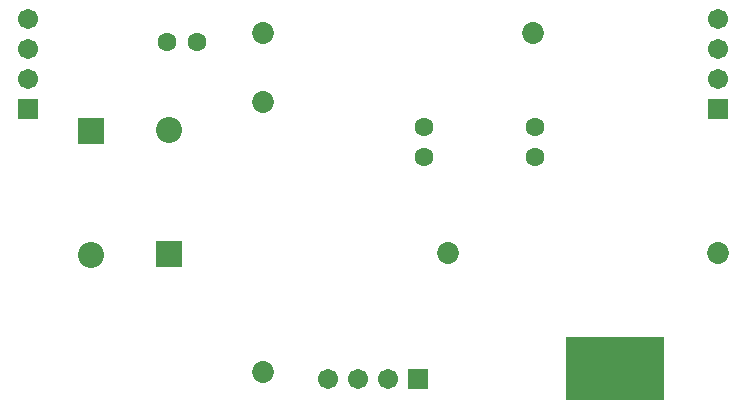
<source format=gts>
G04*
G04 #@! TF.GenerationSoftware,Altium Limited,Altium Designer,22.2.1 (43)*
G04*
G04 Layer_Color=8388736*
%FSLAX25Y25*%
%MOIN*%
G70*
G04*
G04 #@! TF.SameCoordinates,ABC598D3-5A79-416D-B659-D6E934405FF7*
G04*
G04*
G04 #@! TF.FilePolarity,Negative*
G04*
G01*
G75*
%ADD13C,0.07296*%
%ADD14C,0.08674*%
%ADD15R,0.08674X0.08674*%
%ADD16C,0.06312*%
%ADD17C,0.06706*%
%ADD18R,0.06706X0.06706*%
%ADD19R,0.06706X0.06706*%
G36*
X189500Y3000D02*
Y24000D01*
X222000D01*
X222000Y3000D01*
X189500D01*
D02*
G37*
D13*
X240000Y52000D02*
D03*
X150000D02*
D03*
X88500Y125500D02*
D03*
X178500D02*
D03*
X88500Y12500D02*
D03*
Y102500D02*
D03*
D14*
X57063Y92934D02*
D03*
X31000Y51410D02*
D03*
D15*
X57063Y51753D02*
D03*
X31000Y92590D02*
D03*
D16*
X179000Y84000D02*
D03*
Y94000D02*
D03*
X142000Y84000D02*
D03*
Y94000D02*
D03*
X56500Y122500D02*
D03*
X66500D02*
D03*
D17*
X240000Y130000D02*
D03*
Y120000D02*
D03*
Y110000D02*
D03*
X10000Y130000D02*
D03*
Y120000D02*
D03*
Y110000D02*
D03*
X110000Y10000D02*
D03*
X120000D02*
D03*
X130000D02*
D03*
D18*
X240000Y100000D02*
D03*
X10000D02*
D03*
D19*
X140000Y10000D02*
D03*
M02*

</source>
